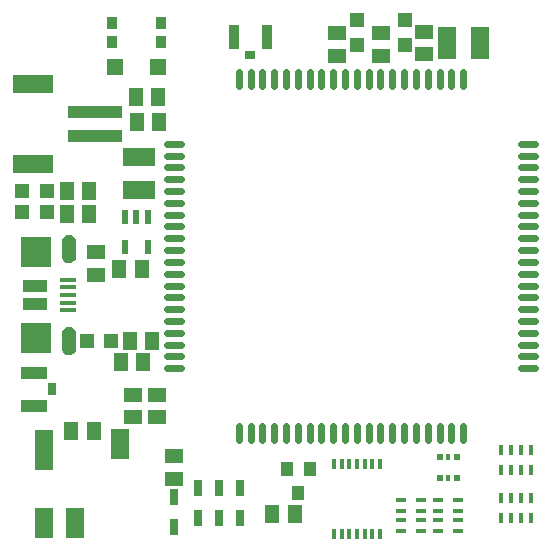
<source format=gbr>
G04 EAGLE Gerber RS-274X export*
G75*
%MOMM*%
%FSLAX34Y34*%
%LPD*%
%INSolderpaste Top*%
%IPPOS*%
%AMOC8*
5,1,8,0,0,1.08239X$1,22.5*%
G01*
%ADD10R,0.550000X1.200000*%
%ADD11R,1.200000X1.200000*%
%ADD12R,1.300000X1.500000*%
%ADD13R,4.600000X1.000000*%
%ADD14R,3.400000X1.600000*%
%ADD15R,1.500000X1.300000*%
%ADD16R,1.350000X0.400000*%
%ADD17R,2.000000X1.000000*%
%ADD18R,2.500000X2.500000*%
%ADD19R,0.900000X1.000000*%
%ADD20R,1.400000X1.400000*%
%ADD21R,2.700000X1.600000*%
%ADD22R,0.500000X0.500000*%
%ADD23R,0.400000X0.500000*%
%ADD24R,0.800000X1.350000*%
%ADD25R,0.350000X0.900000*%
%ADD26R,1.500000X2.500000*%
%ADD27R,1.500000X3.400000*%
%ADD28R,0.965200X0.762000*%
%ADD29R,0.812800X2.133600*%
%ADD30R,2.200000X1.050000*%
%ADD31R,0.800000X1.000000*%
%ADD32R,0.900000X0.450000*%
%ADD33R,0.450000X0.900000*%
%ADD34C,0.600000*%
%ADD35R,1.600000X2.700000*%
%ADD36R,1.000000X1.200000*%
%ADD37R,1.200000X1.300000*%

G36*
X51008Y280873D02*
X51008Y280873D01*
X52282Y281073D01*
X52329Y281090D01*
X52419Y281111D01*
X53615Y281589D01*
X53658Y281616D01*
X53741Y281656D01*
X54801Y282388D01*
X54837Y282424D01*
X54908Y282482D01*
X55779Y283432D01*
X55806Y283474D01*
X55863Y283547D01*
X56500Y284667D01*
X56517Y284714D01*
X56556Y284797D01*
X56929Y286031D01*
X56934Y286081D01*
X56954Y286171D01*
X57043Y287456D01*
X57041Y287476D01*
X57044Y287500D01*
X57044Y298500D01*
X57042Y298515D01*
X57043Y298535D01*
X56982Y299661D01*
X56971Y299708D01*
X56963Y299784D01*
X56682Y300877D01*
X56662Y300921D01*
X56640Y300994D01*
X56152Y302011D01*
X56124Y302050D01*
X56087Y302117D01*
X55410Y303020D01*
X55375Y303053D01*
X55326Y303111D01*
X54486Y303864D01*
X54445Y303890D01*
X54385Y303938D01*
X53414Y304512D01*
X53369Y304529D01*
X53302Y304565D01*
X52237Y304939D01*
X52190Y304947D01*
X52117Y304969D01*
X51000Y305128D01*
X50972Y305127D01*
X50820Y305128D01*
X49704Y304969D01*
X49658Y304954D01*
X49583Y304939D01*
X48518Y304565D01*
X48476Y304541D01*
X48406Y304512D01*
X47435Y303938D01*
X47398Y303906D01*
X47334Y303864D01*
X46494Y303111D01*
X46465Y303074D01*
X46410Y303020D01*
X45733Y302117D01*
X45711Y302074D01*
X45668Y302011D01*
X45180Y300994D01*
X45167Y300947D01*
X45138Y300877D01*
X44857Y299784D01*
X44854Y299736D01*
X44838Y299661D01*
X44777Y298535D01*
X44779Y298519D01*
X44776Y298500D01*
X44776Y287500D01*
X44779Y287485D01*
X44777Y287465D01*
X44838Y286339D01*
X44850Y286292D01*
X44857Y286216D01*
X45138Y285123D01*
X45158Y285079D01*
X45180Y285006D01*
X45668Y283989D01*
X45697Y283950D01*
X45733Y283883D01*
X46410Y282980D01*
X46445Y282947D01*
X46494Y282889D01*
X47334Y282136D01*
X47375Y282110D01*
X47435Y282062D01*
X48406Y281488D01*
X48451Y281471D01*
X48518Y281435D01*
X49583Y281061D01*
X49630Y281053D01*
X49704Y281031D01*
X50820Y280872D01*
X50821Y280872D01*
X51008Y280873D01*
G37*
G36*
X51008Y202873D02*
X51008Y202873D01*
X52282Y203073D01*
X52329Y203090D01*
X52419Y203111D01*
X53615Y203589D01*
X53658Y203616D01*
X53741Y203656D01*
X54801Y204388D01*
X54837Y204424D01*
X54908Y204482D01*
X55779Y205432D01*
X55806Y205474D01*
X55863Y205547D01*
X56500Y206667D01*
X56517Y206714D01*
X56556Y206797D01*
X56929Y208031D01*
X56934Y208081D01*
X56954Y208171D01*
X57043Y209456D01*
X57041Y209476D01*
X57044Y209500D01*
X57044Y220500D01*
X57042Y220515D01*
X57043Y220535D01*
X56982Y221661D01*
X56971Y221708D01*
X56963Y221784D01*
X56682Y222877D01*
X56662Y222921D01*
X56640Y222994D01*
X56152Y224011D01*
X56124Y224050D01*
X56087Y224117D01*
X55410Y225020D01*
X55375Y225053D01*
X55326Y225111D01*
X54486Y225864D01*
X54445Y225890D01*
X54385Y225938D01*
X53414Y226512D01*
X53369Y226529D01*
X53302Y226565D01*
X52237Y226939D01*
X52190Y226947D01*
X52117Y226969D01*
X51000Y227128D01*
X50972Y227127D01*
X50820Y227128D01*
X49704Y226969D01*
X49658Y226954D01*
X49583Y226939D01*
X48518Y226565D01*
X48476Y226541D01*
X48406Y226512D01*
X47435Y225938D01*
X47398Y225906D01*
X47334Y225864D01*
X46494Y225111D01*
X46465Y225074D01*
X46410Y225020D01*
X45733Y224117D01*
X45711Y224074D01*
X45668Y224011D01*
X45180Y222994D01*
X45167Y222947D01*
X45138Y222877D01*
X44857Y221784D01*
X44854Y221736D01*
X44838Y221661D01*
X44777Y220535D01*
X44779Y220519D01*
X44776Y220500D01*
X44776Y209500D01*
X44779Y209485D01*
X44777Y209465D01*
X44838Y208339D01*
X44850Y208292D01*
X44857Y208216D01*
X45138Y207123D01*
X45158Y207079D01*
X45180Y207006D01*
X45668Y205989D01*
X45697Y205950D01*
X45733Y205883D01*
X46410Y204980D01*
X46445Y204947D01*
X46494Y204889D01*
X47334Y204136D01*
X47375Y204110D01*
X47435Y204062D01*
X48406Y203488D01*
X48451Y203471D01*
X48518Y203435D01*
X49583Y203061D01*
X49630Y203053D01*
X49704Y203031D01*
X50820Y202872D01*
X50821Y202872D01*
X51008Y202873D01*
G37*
D10*
X117450Y320341D03*
X107950Y320341D03*
X98450Y320341D03*
X98450Y294339D03*
X117450Y294339D03*
D11*
X32100Y323960D03*
X11100Y323960D03*
X11150Y342440D03*
X32150Y342440D03*
D12*
X48920Y322580D03*
X67920Y322580D03*
X49080Y341630D03*
X68080Y341630D03*
D13*
X72560Y388780D03*
X72560Y408780D03*
D14*
X20560Y364780D03*
X20560Y432780D03*
D15*
X73660Y290170D03*
X73660Y271170D03*
D12*
X112370Y275590D03*
X93370Y275590D03*
D16*
X49660Y267000D03*
X49660Y260500D03*
X49660Y254000D03*
X49660Y247500D03*
X49660Y241000D03*
D17*
X21910Y261500D03*
X21910Y246500D03*
D18*
X22910Y290000D03*
X22910Y218000D03*
D19*
X128450Y484250D03*
X128450Y468250D03*
X87450Y468250D03*
X87450Y484250D03*
D20*
X89450Y447040D03*
X126450Y447040D03*
D12*
X107180Y421790D03*
X126180Y421790D03*
X108140Y400840D03*
X127140Y400840D03*
D21*
X110490Y370870D03*
X110490Y342870D03*
D22*
X379610Y116950D03*
D23*
X372110Y116950D03*
D22*
X364610Y116950D03*
X364610Y98950D03*
D23*
X372110Y98950D03*
D22*
X379610Y98950D03*
D15*
X351790Y457860D03*
X351790Y476860D03*
D11*
X335280Y486750D03*
X335280Y465750D03*
X294640Y486750D03*
X294640Y465750D03*
D15*
X314960Y475590D03*
X314960Y456590D03*
X278130Y475590D03*
X278130Y456590D03*
D24*
X139700Y57150D03*
X139700Y82550D03*
X160020Y64770D03*
X160020Y90170D03*
D25*
X314140Y110530D03*
X307640Y110530D03*
X301140Y110530D03*
X294640Y110530D03*
X288140Y110530D03*
X281640Y110530D03*
X275140Y110530D03*
X275140Y52030D03*
X281640Y52030D03*
X288140Y52030D03*
X294640Y52030D03*
X301140Y52030D03*
X307640Y52030D03*
X314140Y52030D03*
D26*
X29270Y60980D03*
X94270Y127980D03*
X56270Y60980D03*
D27*
X29270Y122980D03*
D12*
X52730Y138430D03*
X71730Y138430D03*
D28*
X204470Y456946D03*
D29*
X218424Y472186D03*
X190516Y472186D03*
D30*
X21590Y187740D03*
X21590Y160240D03*
D31*
X36840Y173990D03*
D32*
X331860Y54310D03*
X348860Y54310D03*
X331860Y63310D03*
X331860Y71310D03*
X331860Y80310D03*
X348860Y80310D03*
X348860Y63310D03*
X348860Y71310D03*
X363610Y54310D03*
X380610Y54310D03*
X363610Y63310D03*
X363610Y71310D03*
X363610Y80310D03*
X380610Y80310D03*
X380610Y63310D03*
X380610Y71310D03*
D33*
X416260Y122800D03*
X416260Y105800D03*
X425260Y122800D03*
X433260Y122800D03*
X442260Y122800D03*
X442260Y105800D03*
X425260Y105800D03*
X433260Y105800D03*
X416260Y82160D03*
X416260Y65160D03*
X425260Y82160D03*
X433260Y82160D03*
X442260Y82160D03*
X442260Y65160D03*
X425260Y65160D03*
X433260Y65160D03*
D34*
X194560Y131020D02*
X194560Y143020D01*
X204560Y143020D02*
X204560Y131020D01*
X214560Y131020D02*
X214560Y143020D01*
X224560Y143020D02*
X224560Y131020D01*
X234560Y131020D02*
X234560Y143020D01*
X244560Y143020D02*
X244560Y131020D01*
X254560Y131020D02*
X254560Y143020D01*
X264560Y143020D02*
X264560Y131020D01*
X274560Y131020D02*
X274560Y143020D01*
X284560Y143020D02*
X284560Y131020D01*
X294560Y131020D02*
X294560Y143020D01*
X304560Y143020D02*
X304560Y131020D01*
X314560Y131020D02*
X314560Y143020D01*
X324560Y143020D02*
X324560Y131020D01*
X334560Y131020D02*
X334560Y143020D01*
X344560Y143020D02*
X344560Y131020D01*
X354560Y131020D02*
X354560Y143020D01*
X364560Y143020D02*
X364560Y131020D01*
X374560Y131020D02*
X374560Y143020D01*
X384560Y143020D02*
X384560Y131020D01*
X433560Y192020D02*
X445560Y192020D01*
X445560Y202020D02*
X433560Y202020D01*
X433560Y212020D02*
X445560Y212020D01*
X445560Y222020D02*
X433560Y222020D01*
X433560Y232020D02*
X445560Y232020D01*
X445560Y242020D02*
X433560Y242020D01*
X433560Y252020D02*
X445560Y252020D01*
X445560Y262020D02*
X433560Y262020D01*
X433560Y272020D02*
X445560Y272020D01*
X445560Y282020D02*
X433560Y282020D01*
X433560Y292020D02*
X445560Y292020D01*
X445560Y302020D02*
X433560Y302020D01*
X433560Y312020D02*
X445560Y312020D01*
X445560Y322020D02*
X433560Y322020D01*
X433560Y332020D02*
X445560Y332020D01*
X445560Y342020D02*
X433560Y342020D01*
X433560Y352020D02*
X445560Y352020D01*
X445560Y362020D02*
X433560Y362020D01*
X433560Y372020D02*
X445560Y372020D01*
X445560Y382020D02*
X433560Y382020D01*
X384560Y431020D02*
X384560Y443020D01*
X374560Y443020D02*
X374560Y431020D01*
X364560Y431020D02*
X364560Y443020D01*
X354560Y443020D02*
X354560Y431020D01*
X344560Y431020D02*
X344560Y443020D01*
X334560Y443020D02*
X334560Y431020D01*
X324560Y431020D02*
X324560Y443020D01*
X314560Y443020D02*
X314560Y431020D01*
X304560Y431020D02*
X304560Y443020D01*
X294560Y443020D02*
X294560Y431020D01*
X284560Y431020D02*
X284560Y443020D01*
X274560Y443020D02*
X274560Y431020D01*
X264560Y431020D02*
X264560Y443020D01*
X254560Y443020D02*
X254560Y431020D01*
X244560Y431020D02*
X244560Y443020D01*
X234560Y443020D02*
X234560Y431020D01*
X224560Y431020D02*
X224560Y443020D01*
X214560Y443020D02*
X214560Y431020D01*
X204560Y431020D02*
X204560Y443020D01*
X194560Y443020D02*
X194560Y431020D01*
X145560Y382020D02*
X133560Y382020D01*
X133560Y372020D02*
X145560Y372020D01*
X145560Y362020D02*
X133560Y362020D01*
X133560Y352020D02*
X145560Y352020D01*
X145560Y342020D02*
X133560Y342020D01*
X133560Y332020D02*
X145560Y332020D01*
X145560Y322020D02*
X133560Y322020D01*
X133560Y312020D02*
X145560Y312020D01*
X145560Y302020D02*
X133560Y302020D01*
X133560Y292020D02*
X145560Y292020D01*
X145560Y282020D02*
X133560Y282020D01*
X133560Y272020D02*
X145560Y272020D01*
X145560Y262020D02*
X133560Y262020D01*
X133560Y252020D02*
X145560Y252020D01*
X145560Y242020D02*
X133560Y242020D01*
X133560Y232020D02*
X145560Y232020D01*
X145560Y222020D02*
X133560Y222020D01*
X133560Y212020D02*
X145560Y212020D01*
X145560Y202020D02*
X133560Y202020D01*
X133560Y192020D02*
X145560Y192020D01*
D35*
X398810Y467360D03*
X370810Y467360D03*
D24*
X177800Y64770D03*
X177800Y90170D03*
D12*
X241910Y68580D03*
X222910Y68580D03*
D36*
X245110Y86520D03*
X235610Y106520D03*
X254610Y106520D03*
D12*
X102260Y214630D03*
X121260Y214630D03*
D37*
X66040Y214630D03*
X86360Y214630D03*
D15*
X125730Y169520D03*
X125730Y150520D03*
X105410Y169520D03*
X105410Y150520D03*
D12*
X113640Y196850D03*
X94640Y196850D03*
D15*
X139700Y98450D03*
X139700Y117450D03*
D24*
X195580Y64770D03*
X195580Y90170D03*
M02*

</source>
